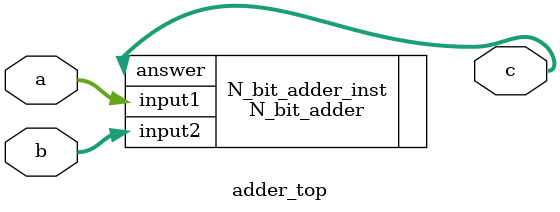
<source format=v>
`timescale 1ns / 1ps


module adder_top(
input [4-1 : 0]a,
input [4-1 : 0]b,
output [4-1 :0]c

    );
    
N_bit_adder #(
.M(4)
) N_bit_adder_inst (
        .input1(a),
        .input2(b),
        .answer(c)
      );
      
endmodule

</source>
